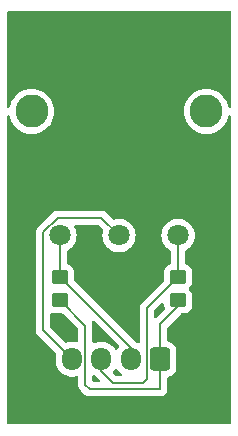
<source format=gbr>
%TF.GenerationSoftware,KiCad,Pcbnew,8.0.4*%
%TF.CreationDate,2024-08-04T23:07:33+09:00*%
%TF.ProjectId,sdvx-encoder-holder,73647678-2d65-46e6-936f-6465722d686f,rev?*%
%TF.SameCoordinates,Original*%
%TF.FileFunction,Copper,L1,Top*%
%TF.FilePolarity,Positive*%
%FSLAX46Y46*%
G04 Gerber Fmt 4.6, Leading zero omitted, Abs format (unit mm)*
G04 Created by KiCad (PCBNEW 8.0.4) date 2024-08-04 23:07:33*
%MOMM*%
%LPD*%
G01*
G04 APERTURE LIST*
G04 Aperture macros list*
%AMRoundRect*
0 Rectangle with rounded corners*
0 $1 Rounding radius*
0 $2 $3 $4 $5 $6 $7 $8 $9 X,Y pos of 4 corners*
0 Add a 4 corners polygon primitive as box body*
4,1,4,$2,$3,$4,$5,$6,$7,$8,$9,$2,$3,0*
0 Add four circle primitives for the rounded corners*
1,1,$1+$1,$2,$3*
1,1,$1+$1,$4,$5*
1,1,$1+$1,$6,$7*
1,1,$1+$1,$8,$9*
0 Add four rect primitives between the rounded corners*
20,1,$1+$1,$2,$3,$4,$5,0*
20,1,$1+$1,$4,$5,$6,$7,0*
20,1,$1+$1,$6,$7,$8,$9,0*
20,1,$1+$1,$8,$9,$2,$3,0*%
G04 Aperture macros list end*
%TA.AperFunction,SMDPad,CuDef*%
%ADD10RoundRect,0.250000X0.450000X-0.350000X0.450000X0.350000X-0.450000X0.350000X-0.450000X-0.350000X0*%
%TD*%
%TA.AperFunction,ComponentPad*%
%ADD11C,2.800000*%
%TD*%
%TA.AperFunction,ComponentPad*%
%ADD12C,1.803400*%
%TD*%
%TA.AperFunction,ComponentPad*%
%ADD13RoundRect,0.250000X0.600000X0.725000X-0.600000X0.725000X-0.600000X-0.725000X0.600000X-0.725000X0*%
%TD*%
%TA.AperFunction,ComponentPad*%
%ADD14O,1.700000X1.950000*%
%TD*%
%TA.AperFunction,Conductor*%
%ADD15C,0.200000*%
%TD*%
G04 APERTURE END LIST*
D10*
%TO.P,R1,1*%
%TO.N,Net-(J1-Pin_1)*%
X123000000Y-102000000D03*
%TO.P,R1,2*%
%TO.N,Net-(J1-Pin_2)*%
X123000000Y-100000000D03*
%TD*%
%TO.P,R2,1*%
%TO.N,Net-(J1-Pin_1)*%
X133000000Y-102000000D03*
%TO.P,R2,2*%
%TO.N,Net-(J1-Pin_3)*%
X133000000Y-100000000D03*
%TD*%
D11*
%TO.P,PEC16-4xxx-Nxxx1,*%
%TO.N,*%
X120600000Y-85999998D03*
X135400001Y-85999998D03*
D12*
%TO.P,PEC16-4xxx-Nxxx1,1,Channel_A*%
%TO.N,Net-(J1-Pin_2)*%
X123000000Y-96500000D03*
%TO.P,PEC16-4xxx-Nxxx1,2,Channel_B*%
%TO.N,Net-(J1-Pin_4)*%
X128000000Y-96500000D03*
%TO.P,PEC16-4xxx-Nxxx1,3,Common*%
%TO.N,Net-(J1-Pin_3)*%
X133000000Y-96500000D03*
%TD*%
D13*
%TO.P,J1,1,Pin_1*%
%TO.N,Net-(J1-Pin_1)*%
X131500000Y-106975000D03*
D14*
%TO.P,J1,2,Pin_2*%
%TO.N,Net-(J1-Pin_2)*%
X129000000Y-106975000D03*
%TO.P,J1,3,Pin_3*%
%TO.N,Net-(J1-Pin_3)*%
X126500000Y-106975000D03*
%TO.P,J1,4,Pin_4*%
%TO.N,Net-(J1-Pin_4)*%
X124000000Y-106975000D03*
%TD*%
D15*
%TO.N,Net-(J1-Pin_1)*%
X123000000Y-102000000D02*
X125150000Y-104150000D01*
X133000000Y-102500000D02*
X131500000Y-104000000D01*
X125150000Y-109150000D02*
X125500000Y-109500000D01*
X125500000Y-109500000D02*
X131500000Y-109500000D01*
X133000000Y-102000000D02*
X133000000Y-102500000D01*
X131500000Y-109500000D02*
X131500000Y-106975000D01*
X131500000Y-104000000D02*
X131500000Y-106975000D01*
X125150000Y-104150000D02*
X125150000Y-109150000D01*
%TO.N,Net-(J1-Pin_2)*%
X123000000Y-96500000D02*
X123000000Y-100000000D01*
X123000000Y-100000000D02*
X129000000Y-106000000D01*
X129000000Y-106000000D02*
X129000000Y-106975000D01*
%TO.N,Net-(J1-Pin_3)*%
X133000000Y-100000000D02*
X130350000Y-102650000D01*
X130350000Y-102650000D02*
X130350000Y-108650000D01*
X126500000Y-108000000D02*
X126500000Y-106975000D01*
X127500000Y-109000000D02*
X126500000Y-108000000D01*
X130350000Y-108650000D02*
X130000000Y-109000000D01*
X130000000Y-109000000D02*
X127500000Y-109000000D01*
X133000000Y-96500000D02*
X133000000Y-100000000D01*
%TO.N,Net-(J1-Pin_4)*%
X124000000Y-106975000D02*
X121556800Y-104531800D01*
X121556800Y-104531800D02*
X121556800Y-96243739D01*
X126500000Y-95000000D02*
X128000000Y-96500000D01*
X121556800Y-96243739D02*
X122800539Y-95000000D01*
X122800539Y-95000000D02*
X126500000Y-95000000D01*
%TD*%
%TA.AperFunction,NonConductor*%
G36*
X137442539Y-77520185D02*
G01*
X137488294Y-77572989D01*
X137499500Y-77624500D01*
X137499500Y-85557085D01*
X137479815Y-85624124D01*
X137427011Y-85669879D01*
X137357853Y-85679823D01*
X137294297Y-85650798D01*
X137256523Y-85592020D01*
X137254334Y-85583443D01*
X137243261Y-85532546D01*
X137228176Y-85463197D01*
X137133173Y-85208485D01*
X137133171Y-85208482D01*
X137133170Y-85208478D01*
X137002891Y-84969890D01*
X137002890Y-84969889D01*
X137002888Y-84969885D01*
X136839972Y-84752256D01*
X136839967Y-84752251D01*
X136839962Y-84752245D01*
X136647753Y-84560036D01*
X136647747Y-84560031D01*
X136647743Y-84560027D01*
X136430114Y-84397111D01*
X136430109Y-84397108D01*
X136430108Y-84397107D01*
X136191519Y-84266828D01*
X136191520Y-84266828D01*
X136141921Y-84248328D01*
X135936802Y-84171823D01*
X135936795Y-84171821D01*
X135936794Y-84171821D01*
X135671168Y-84114038D01*
X135671161Y-84114037D01*
X135400002Y-84094643D01*
X135400000Y-84094643D01*
X135128840Y-84114037D01*
X135128833Y-84114038D01*
X134863207Y-84171821D01*
X134863203Y-84171822D01*
X134863200Y-84171823D01*
X134735844Y-84219324D01*
X134608481Y-84266828D01*
X134369893Y-84397107D01*
X134369892Y-84397108D01*
X134152260Y-84560026D01*
X134152248Y-84560036D01*
X133960039Y-84752245D01*
X133960029Y-84752257D01*
X133797111Y-84969889D01*
X133797110Y-84969890D01*
X133666831Y-85208478D01*
X133619327Y-85335841D01*
X133571826Y-85463197D01*
X133571825Y-85463200D01*
X133571824Y-85463204D01*
X133514041Y-85728830D01*
X133514040Y-85728837D01*
X133494646Y-85999996D01*
X133494646Y-85999999D01*
X133514040Y-86271158D01*
X133514041Y-86271165D01*
X133551401Y-86442906D01*
X133571826Y-86536799D01*
X133648331Y-86741918D01*
X133666831Y-86791517D01*
X133797110Y-87030105D01*
X133797111Y-87030106D01*
X133797114Y-87030111D01*
X133960030Y-87247740D01*
X133960034Y-87247744D01*
X133960039Y-87247750D01*
X134152248Y-87439959D01*
X134152254Y-87439964D01*
X134152259Y-87439969D01*
X134369888Y-87602885D01*
X134369892Y-87602887D01*
X134369893Y-87602888D01*
X134608482Y-87733167D01*
X134608481Y-87733167D01*
X134608485Y-87733168D01*
X134608488Y-87733170D01*
X134863200Y-87828173D01*
X135128841Y-87885959D01*
X135380606Y-87903965D01*
X135400000Y-87905353D01*
X135400001Y-87905353D01*
X135400002Y-87905353D01*
X135418101Y-87904058D01*
X135671161Y-87885959D01*
X135936802Y-87828173D01*
X136191514Y-87733170D01*
X136191518Y-87733167D01*
X136191520Y-87733167D01*
X136310814Y-87668027D01*
X136430114Y-87602885D01*
X136647743Y-87439969D01*
X136839972Y-87247740D01*
X137002888Y-87030111D01*
X137133173Y-86791511D01*
X137228176Y-86536799D01*
X137254334Y-86416552D01*
X137287818Y-86355229D01*
X137349142Y-86321744D01*
X137418833Y-86326728D01*
X137474767Y-86368599D01*
X137499184Y-86434064D01*
X137499500Y-86442910D01*
X137499500Y-112375500D01*
X137479815Y-112442539D01*
X137427011Y-112488294D01*
X137375500Y-112499500D01*
X118624500Y-112499500D01*
X118557461Y-112479815D01*
X118511706Y-112427011D01*
X118500500Y-112375500D01*
X118500500Y-104610854D01*
X120956298Y-104610854D01*
X120997223Y-104763585D01*
X121026158Y-104813700D01*
X121026159Y-104813704D01*
X121026160Y-104813704D01*
X121076279Y-104900514D01*
X121076281Y-104900517D01*
X121195149Y-105019385D01*
X121195155Y-105019390D01*
X122641738Y-106465974D01*
X122675223Y-106527297D01*
X122676530Y-106573053D01*
X122649500Y-106743713D01*
X122649500Y-107206286D01*
X122682753Y-107416239D01*
X122748444Y-107618414D01*
X122844951Y-107807820D01*
X122969890Y-107979786D01*
X123120213Y-108130109D01*
X123292179Y-108255048D01*
X123292181Y-108255049D01*
X123292184Y-108255051D01*
X123481588Y-108351557D01*
X123683757Y-108417246D01*
X123893713Y-108450500D01*
X123893714Y-108450500D01*
X124106286Y-108450500D01*
X124106287Y-108450500D01*
X124316243Y-108417246D01*
X124387183Y-108394195D01*
X124457023Y-108392201D01*
X124516856Y-108428281D01*
X124547684Y-108490982D01*
X124549500Y-108512127D01*
X124549500Y-109063330D01*
X124549499Y-109063348D01*
X124549499Y-109229054D01*
X124549498Y-109229054D01*
X124590424Y-109381789D01*
X124590425Y-109381790D01*
X124613030Y-109420942D01*
X124613031Y-109420944D01*
X124669475Y-109518709D01*
X124669479Y-109518714D01*
X124669480Y-109518716D01*
X124781284Y-109630520D01*
X124781285Y-109630521D01*
X125131284Y-109980520D01*
X125131286Y-109980521D01*
X125131290Y-109980524D01*
X125268209Y-110059573D01*
X125268216Y-110059577D01*
X125420943Y-110100501D01*
X125420945Y-110100501D01*
X125586654Y-110100501D01*
X125586670Y-110100500D01*
X131579055Y-110100500D01*
X131579057Y-110100500D01*
X131731784Y-110059577D01*
X131868716Y-109980520D01*
X131980520Y-109868716D01*
X132059577Y-109731784D01*
X132100500Y-109579057D01*
X132100500Y-108567534D01*
X132120185Y-108500495D01*
X132172989Y-108454740D01*
X132211897Y-108444176D01*
X132252797Y-108439999D01*
X132419334Y-108384814D01*
X132568656Y-108292712D01*
X132692712Y-108168656D01*
X132784814Y-108019334D01*
X132839999Y-107852797D01*
X132850500Y-107750009D01*
X132850499Y-106199992D01*
X132839999Y-106097203D01*
X132784814Y-105930666D01*
X132692712Y-105781344D01*
X132568656Y-105657288D01*
X132473253Y-105598443D01*
X132419336Y-105565187D01*
X132419331Y-105565185D01*
X132416956Y-105564398D01*
X132252797Y-105510001D01*
X132252795Y-105510000D01*
X132211896Y-105505822D01*
X132147205Y-105479425D01*
X132107054Y-105422244D01*
X132100500Y-105382464D01*
X132100500Y-104300096D01*
X132120185Y-104233057D01*
X132136814Y-104212419D01*
X133212416Y-103136817D01*
X133273739Y-103103333D01*
X133300097Y-103100499D01*
X133500002Y-103100499D01*
X133500008Y-103100499D01*
X133602797Y-103089999D01*
X133769334Y-103034814D01*
X133918656Y-102942712D01*
X134042712Y-102818656D01*
X134134814Y-102669334D01*
X134189999Y-102502797D01*
X134200500Y-102400009D01*
X134200499Y-101599992D01*
X134189999Y-101497203D01*
X134134814Y-101330666D01*
X134042712Y-101181344D01*
X133949049Y-101087681D01*
X133915564Y-101026358D01*
X133920548Y-100956666D01*
X133949049Y-100912319D01*
X134042712Y-100818656D01*
X134134814Y-100669334D01*
X134189999Y-100502797D01*
X134200500Y-100400009D01*
X134200499Y-99599992D01*
X134189999Y-99497203D01*
X134134814Y-99330666D01*
X134042712Y-99181344D01*
X133918656Y-99057288D01*
X133769334Y-98965186D01*
X133685495Y-98937404D01*
X133628051Y-98897632D01*
X133601228Y-98833116D01*
X133600500Y-98819699D01*
X133600500Y-97843276D01*
X133620185Y-97776237D01*
X133665483Y-97734221D01*
X133769559Y-97677898D01*
X133952939Y-97535168D01*
X134110325Y-97364201D01*
X134237425Y-97169661D01*
X134330771Y-96956854D01*
X134387816Y-96731586D01*
X134407006Y-96500000D01*
X134387816Y-96268414D01*
X134330771Y-96043146D01*
X134237425Y-95830339D01*
X134212586Y-95792321D01*
X134110326Y-95635801D01*
X134110325Y-95635799D01*
X133952939Y-95464832D01*
X133952934Y-95464828D01*
X133952932Y-95464826D01*
X133769567Y-95322107D01*
X133769561Y-95322103D01*
X133565188Y-95211501D01*
X133565180Y-95211498D01*
X133345402Y-95136048D01*
X133116190Y-95097800D01*
X132883810Y-95097800D01*
X132654597Y-95136048D01*
X132434819Y-95211498D01*
X132434811Y-95211501D01*
X132230438Y-95322103D01*
X132230432Y-95322107D01*
X132047067Y-95464826D01*
X132047064Y-95464829D01*
X131889676Y-95635797D01*
X131889673Y-95635801D01*
X131762575Y-95830337D01*
X131669229Y-96043145D01*
X131612183Y-96268417D01*
X131592994Y-96499994D01*
X131592994Y-96500005D01*
X131612183Y-96731582D01*
X131669229Y-96956854D01*
X131762575Y-97169662D01*
X131889673Y-97364198D01*
X131889675Y-97364201D01*
X132047061Y-97535168D01*
X132047064Y-97535170D01*
X132047067Y-97535173D01*
X132230432Y-97677892D01*
X132230443Y-97677899D01*
X132334517Y-97734221D01*
X132384108Y-97783440D01*
X132399500Y-97843276D01*
X132399500Y-98819699D01*
X132379815Y-98886738D01*
X132327011Y-98932493D01*
X132314507Y-98937403D01*
X132281962Y-98948188D01*
X132230668Y-98965185D01*
X132230663Y-98965187D01*
X132081342Y-99057289D01*
X131957289Y-99181342D01*
X131865187Y-99330663D01*
X131865186Y-99330666D01*
X131810001Y-99497203D01*
X131810001Y-99497204D01*
X131810000Y-99497204D01*
X131799500Y-99599983D01*
X131799500Y-100299902D01*
X131779815Y-100366941D01*
X131763181Y-100387583D01*
X129869481Y-102281282D01*
X129869480Y-102281284D01*
X129829078Y-102351264D01*
X129819361Y-102368094D01*
X129819359Y-102368096D01*
X129790425Y-102418209D01*
X129790424Y-102418210D01*
X129790423Y-102418215D01*
X129749499Y-102570943D01*
X129749499Y-102570945D01*
X129749499Y-102739046D01*
X129749500Y-102739059D01*
X129749500Y-105513838D01*
X129729815Y-105580877D01*
X129677011Y-105626632D01*
X129607853Y-105636576D01*
X129569205Y-105624323D01*
X129518416Y-105598444D01*
X129441945Y-105573597D01*
X129392583Y-105543347D01*
X129368716Y-105519480D01*
X129368715Y-105519479D01*
X129364384Y-105515148D01*
X129364374Y-105515139D01*
X124236818Y-100387583D01*
X124203333Y-100326260D01*
X124200499Y-100299902D01*
X124200499Y-99599998D01*
X124200498Y-99599981D01*
X124189999Y-99497203D01*
X124189998Y-99497200D01*
X124134814Y-99330666D01*
X124042712Y-99181344D01*
X123918656Y-99057288D01*
X123769334Y-98965186D01*
X123685495Y-98937404D01*
X123628051Y-98897632D01*
X123601228Y-98833116D01*
X123600500Y-98819699D01*
X123600500Y-97843276D01*
X123620185Y-97776237D01*
X123665483Y-97734221D01*
X123769559Y-97677898D01*
X123952939Y-97535168D01*
X124110325Y-97364201D01*
X124237425Y-97169661D01*
X124330771Y-96956854D01*
X124387816Y-96731586D01*
X124407006Y-96500000D01*
X124387816Y-96268414D01*
X124330771Y-96043146D01*
X124237425Y-95830339D01*
X124237424Y-95830337D01*
X124212587Y-95792321D01*
X124192399Y-95725432D01*
X124211580Y-95658246D01*
X124264039Y-95612096D01*
X124316396Y-95600500D01*
X126199903Y-95600500D01*
X126266942Y-95620185D01*
X126287584Y-95636819D01*
X126624395Y-95973630D01*
X126657880Y-96034953D01*
X126656920Y-96091750D01*
X126612183Y-96268415D01*
X126592994Y-96499994D01*
X126592994Y-96500005D01*
X126612183Y-96731582D01*
X126669229Y-96956854D01*
X126762575Y-97169662D01*
X126889673Y-97364198D01*
X126889675Y-97364201D01*
X127047061Y-97535168D01*
X127047064Y-97535170D01*
X127047067Y-97535173D01*
X127230432Y-97677892D01*
X127230438Y-97677896D01*
X127230441Y-97677898D01*
X127434812Y-97788499D01*
X127654600Y-97863952D01*
X127883810Y-97902200D01*
X128116190Y-97902200D01*
X128345400Y-97863952D01*
X128565188Y-97788499D01*
X128769559Y-97677898D01*
X128952939Y-97535168D01*
X129110325Y-97364201D01*
X129237425Y-97169661D01*
X129330771Y-96956854D01*
X129387816Y-96731586D01*
X129407006Y-96500000D01*
X129387816Y-96268414D01*
X129330771Y-96043146D01*
X129237425Y-95830339D01*
X129212586Y-95792321D01*
X129110326Y-95635801D01*
X129110325Y-95635799D01*
X128952939Y-95464832D01*
X128952934Y-95464828D01*
X128952932Y-95464826D01*
X128769567Y-95322107D01*
X128769561Y-95322103D01*
X128565188Y-95211501D01*
X128565180Y-95211498D01*
X128345402Y-95136048D01*
X128116190Y-95097800D01*
X127883810Y-95097800D01*
X127654598Y-95136048D01*
X127601761Y-95154186D01*
X127531963Y-95157334D01*
X127473820Y-95124585D01*
X126987590Y-94638355D01*
X126987588Y-94638352D01*
X126868717Y-94519481D01*
X126868716Y-94519480D01*
X126781904Y-94469360D01*
X126781904Y-94469359D01*
X126781900Y-94469358D01*
X126731785Y-94440423D01*
X126579057Y-94399499D01*
X126420943Y-94399499D01*
X126413347Y-94399499D01*
X126413331Y-94399500D01*
X122887209Y-94399500D01*
X122887193Y-94399499D01*
X122879597Y-94399499D01*
X122721482Y-94399499D01*
X122645118Y-94419961D01*
X122568753Y-94440423D01*
X122568748Y-94440426D01*
X122431829Y-94519475D01*
X122431821Y-94519481D01*
X121076281Y-95875021D01*
X121076275Y-95875029D01*
X121038522Y-95940421D01*
X121038522Y-95940423D01*
X120997223Y-96011953D01*
X120997223Y-96011954D01*
X120956299Y-96164682D01*
X120956299Y-96164684D01*
X120956299Y-96332785D01*
X120956300Y-96332798D01*
X120956300Y-104445130D01*
X120956299Y-104445148D01*
X120956299Y-104610854D01*
X120956298Y-104610854D01*
X118500500Y-104610854D01*
X118500500Y-86442906D01*
X118520185Y-86375867D01*
X118572989Y-86330112D01*
X118642147Y-86320168D01*
X118705703Y-86349193D01*
X118743477Y-86407971D01*
X118745666Y-86416548D01*
X118751400Y-86442906D01*
X118771825Y-86536799D01*
X118848330Y-86741918D01*
X118866830Y-86791517D01*
X118997109Y-87030105D01*
X118997110Y-87030106D01*
X118997113Y-87030111D01*
X119160029Y-87247740D01*
X119160033Y-87247744D01*
X119160038Y-87247750D01*
X119352247Y-87439959D01*
X119352253Y-87439964D01*
X119352258Y-87439969D01*
X119569887Y-87602885D01*
X119569891Y-87602887D01*
X119569892Y-87602888D01*
X119808481Y-87733167D01*
X119808480Y-87733167D01*
X119808484Y-87733168D01*
X119808487Y-87733170D01*
X120063199Y-87828173D01*
X120328840Y-87885959D01*
X120580605Y-87903965D01*
X120599999Y-87905353D01*
X120600000Y-87905353D01*
X120600001Y-87905353D01*
X120618100Y-87904058D01*
X120871160Y-87885959D01*
X121136801Y-87828173D01*
X121391513Y-87733170D01*
X121391517Y-87733167D01*
X121391519Y-87733167D01*
X121510813Y-87668027D01*
X121630113Y-87602885D01*
X121847742Y-87439969D01*
X122039971Y-87247740D01*
X122202887Y-87030111D01*
X122333172Y-86791511D01*
X122428175Y-86536799D01*
X122485961Y-86271158D01*
X122505355Y-85999998D01*
X122485961Y-85728838D01*
X122428175Y-85463197D01*
X122333172Y-85208485D01*
X122333170Y-85208482D01*
X122333169Y-85208478D01*
X122202890Y-84969890D01*
X122202889Y-84969889D01*
X122202887Y-84969885D01*
X122039971Y-84752256D01*
X122039966Y-84752251D01*
X122039961Y-84752245D01*
X121847752Y-84560036D01*
X121847746Y-84560031D01*
X121847742Y-84560027D01*
X121630113Y-84397111D01*
X121630108Y-84397108D01*
X121630107Y-84397107D01*
X121391518Y-84266828D01*
X121391519Y-84266828D01*
X121341920Y-84248328D01*
X121136801Y-84171823D01*
X121136794Y-84171821D01*
X121136793Y-84171821D01*
X120871167Y-84114038D01*
X120871160Y-84114037D01*
X120600001Y-84094643D01*
X120599999Y-84094643D01*
X120328839Y-84114037D01*
X120328832Y-84114038D01*
X120063206Y-84171821D01*
X120063202Y-84171822D01*
X120063199Y-84171823D01*
X119935843Y-84219324D01*
X119808480Y-84266828D01*
X119569892Y-84397107D01*
X119569891Y-84397108D01*
X119352259Y-84560026D01*
X119352247Y-84560036D01*
X119160038Y-84752245D01*
X119160028Y-84752257D01*
X118997110Y-84969889D01*
X118997109Y-84969890D01*
X118866830Y-85208478D01*
X118819326Y-85335841D01*
X118771825Y-85463197D01*
X118771824Y-85463200D01*
X118771823Y-85463204D01*
X118745666Y-85583447D01*
X118712181Y-85644770D01*
X118650858Y-85678255D01*
X118581167Y-85673271D01*
X118525233Y-85631399D01*
X118500816Y-85565935D01*
X118500500Y-85557089D01*
X118500500Y-77624500D01*
X118520185Y-77557461D01*
X118572989Y-77511706D01*
X118624500Y-77500500D01*
X137375500Y-77500500D01*
X137442539Y-77520185D01*
G37*
%TD.AperFunction*%
%TA.AperFunction,NonConductor*%
G36*
X131718833Y-102232913D02*
G01*
X131774767Y-102274784D01*
X131799184Y-102340249D01*
X131799500Y-102349093D01*
X131799500Y-102400000D01*
X131799501Y-102400019D01*
X131810000Y-102502796D01*
X131810001Y-102502799D01*
X131865185Y-102669331D01*
X131865461Y-102669922D01*
X131865528Y-102670366D01*
X131867458Y-102676189D01*
X131866462Y-102676518D01*
X131875951Y-102739000D01*
X131847429Y-102802783D01*
X131840758Y-102810005D01*
X131162181Y-103488583D01*
X131100858Y-103522068D01*
X131031167Y-103517084D01*
X130975233Y-103475213D01*
X130950816Y-103409748D01*
X130950500Y-103400902D01*
X130950500Y-102950096D01*
X130970185Y-102883057D01*
X130986815Y-102862419D01*
X131587821Y-102261412D01*
X131649142Y-102227929D01*
X131718833Y-102232913D01*
G37*
%TD.AperFunction*%
%TA.AperFunction,NonConductor*%
G36*
X122320289Y-103064512D02*
G01*
X122397203Y-103089999D01*
X122499991Y-103100500D01*
X123199902Y-103100499D01*
X123266941Y-103120183D01*
X123287583Y-103136818D01*
X124513181Y-104362416D01*
X124546666Y-104423739D01*
X124549500Y-104450097D01*
X124549500Y-105437872D01*
X124529815Y-105504911D01*
X124477011Y-105550666D01*
X124407853Y-105560610D01*
X124387183Y-105555803D01*
X124316244Y-105532754D01*
X124316240Y-105532753D01*
X124140450Y-105504911D01*
X124106287Y-105499500D01*
X123893713Y-105499500D01*
X123859550Y-105504911D01*
X123683759Y-105532753D01*
X123683755Y-105532754D01*
X123547130Y-105577146D01*
X123477289Y-105579141D01*
X123421132Y-105546896D01*
X122193619Y-104319383D01*
X122160134Y-104258060D01*
X122157300Y-104231702D01*
X122157300Y-103182222D01*
X122176985Y-103115183D01*
X122229789Y-103069428D01*
X122298947Y-103059484D01*
X122320289Y-103064512D01*
G37*
%TD.AperFunction*%
%TA.AperFunction,NonConductor*%
G36*
X125882512Y-103731796D02*
G01*
X125884625Y-103733860D01*
X127958583Y-105807818D01*
X127992068Y-105869141D01*
X127987084Y-105938833D01*
X127971220Y-105968384D01*
X127850318Y-106134793D01*
X127794989Y-106177459D01*
X127725375Y-106183438D01*
X127663580Y-106150833D01*
X127649682Y-106134793D01*
X127530109Y-105970214D01*
X127530105Y-105970209D01*
X127379786Y-105819890D01*
X127207820Y-105694951D01*
X127018414Y-105598444D01*
X127018413Y-105598443D01*
X127018412Y-105598443D01*
X126816243Y-105532754D01*
X126816241Y-105532753D01*
X126816240Y-105532753D01*
X126640450Y-105504911D01*
X126606287Y-105499500D01*
X126393713Y-105499500D01*
X126359550Y-105504911D01*
X126183760Y-105532753D01*
X125981585Y-105598444D01*
X125930795Y-105624323D01*
X125862125Y-105637219D01*
X125797385Y-105610942D01*
X125757128Y-105553836D01*
X125750500Y-105513838D01*
X125750500Y-104070945D01*
X125750500Y-104070943D01*
X125709577Y-103918216D01*
X125709577Y-103918215D01*
X125689557Y-103883541D01*
X125673084Y-103815644D01*
X125695935Y-103749616D01*
X125750855Y-103706424D01*
X125820408Y-103699781D01*
X125882512Y-103731796D01*
G37*
%TD.AperFunction*%
%TA.AperFunction,NonConductor*%
G36*
X127836420Y-107799166D02*
G01*
X127850313Y-107815199D01*
X127969892Y-107979786D01*
X127969896Y-107979792D01*
X128120207Y-108130103D01*
X128182252Y-108175181D01*
X128224918Y-108230511D01*
X128230897Y-108300124D01*
X128198292Y-108361920D01*
X128137453Y-108396277D01*
X128109367Y-108399500D01*
X127800098Y-108399500D01*
X127733059Y-108379815D01*
X127712417Y-108363181D01*
X127517247Y-108168011D01*
X127483762Y-108106688D01*
X127488746Y-108036996D01*
X127517247Y-107992648D01*
X127530104Y-107979792D01*
X127649683Y-107815204D01*
X127705011Y-107772540D01*
X127774624Y-107766561D01*
X127836420Y-107799166D01*
G37*
%TD.AperFunction*%
%TA.AperFunction,NonConductor*%
G36*
X125930791Y-108325674D02*
G01*
X125981588Y-108351557D01*
X125983981Y-108352334D01*
X125985056Y-108352993D01*
X125986089Y-108353421D01*
X125986021Y-108353584D01*
X126033350Y-108382586D01*
X126138349Y-108487585D01*
X126138355Y-108487590D01*
X126338584Y-108687819D01*
X126372069Y-108749142D01*
X126367085Y-108818834D01*
X126325213Y-108874767D01*
X126259749Y-108899184D01*
X126250903Y-108899500D01*
X125874500Y-108899500D01*
X125807461Y-108879815D01*
X125761706Y-108827011D01*
X125750500Y-108775500D01*
X125750500Y-108436161D01*
X125770185Y-108369122D01*
X125822989Y-108323367D01*
X125892147Y-108313423D01*
X125930791Y-108325674D01*
G37*
%TD.AperFunction*%
M02*

</source>
